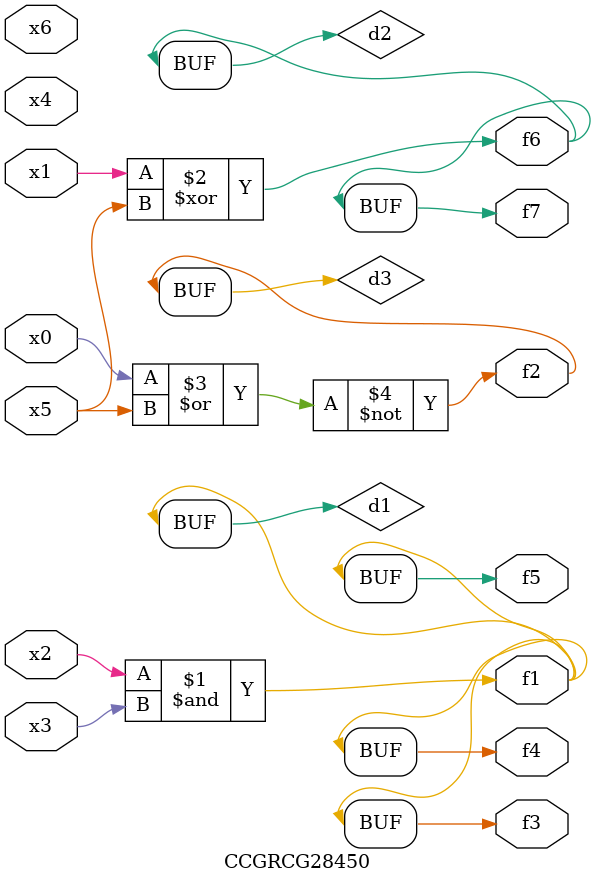
<source format=v>
module CCGRCG28450(
	input x0, x1, x2, x3, x4, x5, x6,
	output f1, f2, f3, f4, f5, f6, f7
);

	wire d1, d2, d3;

	and (d1, x2, x3);
	xor (d2, x1, x5);
	nor (d3, x0, x5);
	assign f1 = d1;
	assign f2 = d3;
	assign f3 = d1;
	assign f4 = d1;
	assign f5 = d1;
	assign f6 = d2;
	assign f7 = d2;
endmodule

</source>
